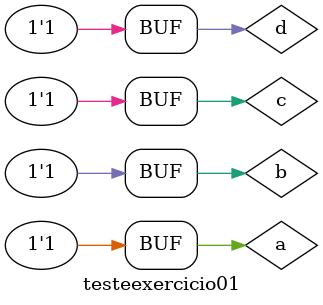
<source format=v>



module exercicio01 (s,a,b,c,d);
input a,b,c,d;
output s;
wire q1,q2,q3,q4,q5,q6;
not NOT1 (q1,a);
not NOT2 (q2,b);
not NOT3 (q3,d);
and AND1 (q4,q1,c);
and AND2 (q5,q2,c);
and AND3 (q6,a,b,q3);
or OR1 (s,q4,q5,q6);
endmodule //exercicio01

module testeexercicio01;
reg a,b,c,d;
wire s;
exercicio01 EX1 (s,a,b,c,d);
initial begin: start
a=0; b=0; c=0; d=0;
end
initial begin: main
$display("Jessica Daniela - 407450");
$display("Exercicio 01");
$display("\n | a | b | c | d | = | s |\n");
$monitor(" | %b | %b | %b | %b | = | %b |",a,b,c,d,s);
#1 a=0; b=0; c=0; d=1;
#1 a=0; b=0; c=1; d=0;
#1 a=0; b=0; c=1; d=1;
#1 a=0; b=1; c=0; d=0;
#1 a=0; b=1; c=0; d=1;
#1 a=0; b=1; c=1; d=0;
#1 a=0; b=1; c=1; d=1;
#1 a=1; b=0; c=0; d=0;
#1 a=1; b=0; c=0; d=1;
#1 a=1; b=0; c=1; d=0;
#1 a=1; b=0; c=1; d=1;
#1 a=1; b=1; c=0; d=0;
#1 a=1; b=1; c=0; d=1;
#1 a=1; b=1; c=1; d=0;
#1 a=1; b=1; c=1; d=1;
end
endmodule //testeexercicio01
</source>
